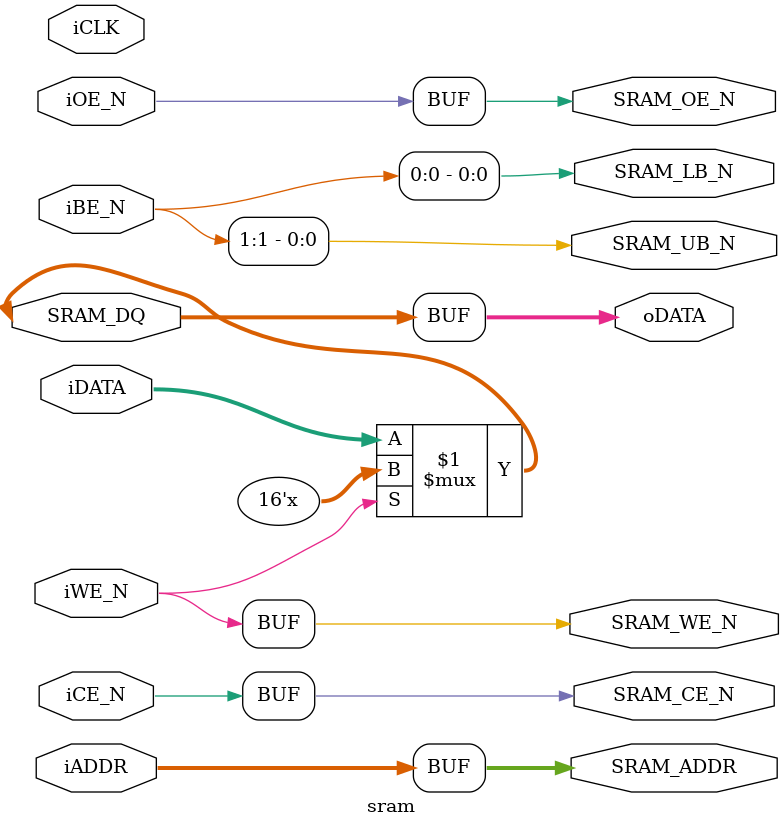
<source format=v>
module	sram (
	//	Host Data
	oDATA,
	iDATA,
	iADDR,
	iWE_N,
	iOE_N,
	iCE_N,
	iCLK,
	iBE_N,
	//	SRAM
	SRAM_DQ,
	SRAM_ADDR,
	SRAM_UB_N,
	SRAM_LB_N,
	SRAM_WE_N,
	SRAM_CE_N,
	SRAM_OE_N
);

//	Host Side
input	[15:0]	iDATA;
output	[15:0]	oDATA;
input	[17:0]	iADDR;
input			iWE_N;
input			iOE_N;
input			iCE_N;
input			iCLK;
input	[1:0]	iBE_N;
//	SRAM Side
inout	[15:0]	SRAM_DQ;
output	[17:0]	SRAM_ADDR;
output			SRAM_UB_N,
				SRAM_LB_N,
				SRAM_WE_N,
				SRAM_CE_N,
				SRAM_OE_N;

assign	SRAM_DQ 	=	SRAM_WE_N ? 16'hzzzz : iDATA;
assign	oDATA		=	SRAM_DQ;
assign	SRAM_ADDR	=	iADDR;
assign	SRAM_WE_N	=	iWE_N;
assign	SRAM_OE_N	=	iOE_N;
assign	SRAM_CE_N	=	iCE_N;
assign	SRAM_UB_N	=	iBE_N[1];
assign	SRAM_LB_N	=	iBE_N[0];

endmodule

</source>
